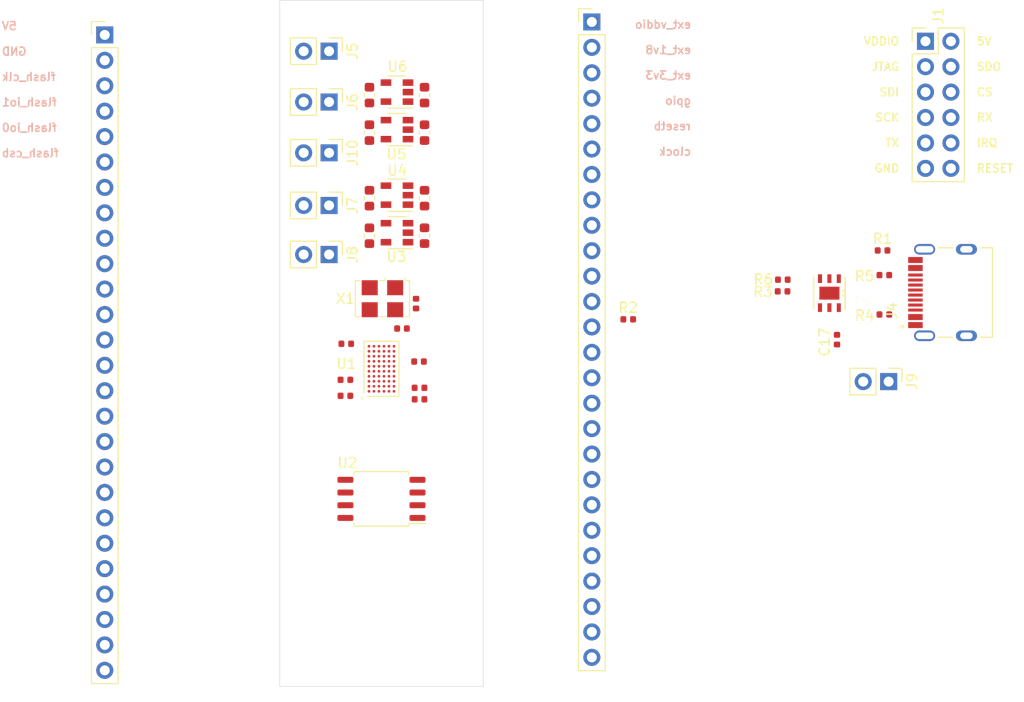
<source format=kicad_pcb>
(kicad_pcb (version 20210824) (generator pcbnew)
  (title_block (title "PyFive MPW1 Carrier PCB") (date "2021-09-09") (rev "0.0") (comment 1 "Based on the Sam Littlewood Caravel Carrier Design"))
  (layers (0 "F.Cu" signal) (1 "In1.Cu" power) (2 "In2.Cu" power) (31 "B.Cu" signal) (34 "B.Paste" user) (35 "F.Paste" user) (36 "B.SilkS" user "B.Silkscreen") (37 "F.SilkS" user "F.Silkscreen") (38 "B.Mask" user) (39 "F.Mask" user) (44 "Edge.Cuts" user))
  (net 0 "")
  (net 1 "DP")
  (net 2 "DN")
  (net 3 "GND")
  (net 4 "+5V")
  (net 5 "vccd")
  (net 6 "Net-(C4-Pad1)")
  (net 7 "vdda")
  (net 8 "Net-(C8-Pad1)")
  (net 9 "vccd1")
  (net 10 "Net-(C3-Pad1)")
  (net 11 "vdda1")
  (net 13 "vddio")
  (net 15 "gpio")
  (net 16 "flash_io0")
  (net 17 "flash_csb")
  (net 18 "resetb")
  (net 19 "mprj_io[2]")
  (net 20 "mprj_io[1]")
  (net 21 "flash_io1")
  (net 22 "clock")
  (net 23 "mprj_io[36]")
  (net 24 "mprj_io[37]")
  (net 25 "mprj_io[4]")
  (net 26 "mprj_io[3]")
  (net 27 "flash_clk")
  (net 28 "mprj_io[33]")
  (net 29 "mprj_io[34]")
  (net 30 "mprj_io[35]")
  (net 31 "mprj_io[6]")
  (net 32 "mprj_io[5]")
  (net 33 "mprj_io[0]")
  (net 34 "mprj_io[32]")
  (net 35 "mprj_io[30]")
  (net 36 "mprj_io[31]")
  (net 37 "mprj_io[8]")
  (net 38 "mprj_io[7]")
  (net 39 "mprj_io[28]")
  (net 40 "mprj_io[29]")
  (net 41 "mprj_io[10]")
  (net 42 "mprj_io[9]")
  (net 43 "mprj_io[26]")
  (net 44 "mprj_io[27]")
  (net 45 "mprj_io[12]")
  (net 46 "mprj_io[11]")
  (net 47 "mprj_io[13]")
  (net 48 "mprj_io[24]")
  (net 49 "mprj_io[25]")
  (net 50 "mprj_io[14]")
  (net 51 "mprj_io[17]")
  (net 52 "mprj_io[20]")
  (net 53 "mprj_io[22]")
  (net 54 "mprj_io[15]")
  (net 55 "mprj_io[16]")
  (net 56 "mprj_io[18]")
  (net 57 "mprj_io[19]")
  (net 58 "mprj_io[21]")
  (net 59 "mprj_io[23]")
  (net 60 "CC1")
  (net 63 "CC2")
  (net 64 "Net-(J4-PadS1)")
  (net 65 "usb_dp")
  (net 66 "usb_dn")
  (net 67 "usb_pu")
  (net 77 "Net-(C7-Pad1)")
  (net 78 "Net-(J4-PadA4B9)")
  (footprint "Connector_PinHeader_2.54mm:PinHeader_1x26_P2.54mm_Vertical" (layer "F.Cu") (at 41.0972 46.6344)
    (fp_text reference "J3" hide)
    (fp_text value "Conn_01x26")
    (fp_line (start -1.33 -1.33) (end 0 -1.33) (layer "F.SilkS") (width 0.12))
    (fp_line (start -1.33 64.83) (end 1.33 64.83) (layer "F.SilkS") (width 0.12))
    (fp_line (start -1.33 1.27) (end 1.33 1.27) (layer "F.SilkS") (width 0.12))
    (fp_line (start -1.33 0) (end -1.33 -1.33) (layer "F.SilkS") (width 0.12))
    (fp_line (start 1.33 1.27) (end 1.33 64.83) (layer "F.SilkS") (width 0.12))
    (fp_line (start -1.33 1.27) (end -1.33 64.83) (layer "F.SilkS") (width 0.12))
    (pad "1" thru_hole rect locked (at 0 0) (size 1.7 1.7) (drill 1) (layers *.Cu *.Mask) (net 4 "+5V"))
    (pad "2" thru_hole oval locked (at 0 2.54) (size 1.7 1.7) (drill 1) (layers *.Cu *.Mask) (net 3 "GND"))
    (pad "3" thru_hole oval locked (at 0 5.08) (size 1.7 1.7) (drill 1) (layers *.Cu *.Mask) (net 27 "flash_clk"))
    (pad "4" thru_hole oval locked (at 0 7.62) (size 1.7 1.7) (drill 1) (layers *.Cu *.Mask) (net 21 "flash_io1"))
    (pad "5" thru_hole oval locked (at 0 10.16) (size 1.7 1.7) (drill 1) (layers *.Cu *.Mask) (net 16 "flash_io0"))
    (pad "6" thru_hole oval locked (at 0 12.7) (size 1.7 1.7) (drill 1) (layers *.Cu *.Mask) (net 17 "flash_csb"))
    (pad "7" thru_hole oval locked (at 0 15.24) (size 1.7 1.7) (drill 1) (layers *.Cu *.Mask) (net 4 "+5V"))
    (pad "8" thru_hole oval locked (at 0 17.78) (size 1.7 1.7) (drill 1) (layers *.Cu *.Mask) (net 24 "mprj_io[37]"))
    (pad "9" thru_hole oval locked (at 0 20.32) (size 1.7 1.7) (drill 1) (layers *.Cu *.Mask) (net 23 "mprj_io[36]"))
    (pad "10" thru_hole oval locked (at 0 22.86) (size 1.7 1.7) (drill 1) (layers *.Cu *.Mask) (net 30 "mprj_io[35]"))
    (pad "11" thru_hole oval locked (at 0 25.4) (size 1.7 1.7) (drill 1) (layers *.Cu *.Mask) (net 29 "mprj_io[34]"))
    (pad "12" thru_hole oval locked (at 0 27.94) (size 1.7 1.7) (drill 1) (layers *.Cu *.Mask) (net 28 "mprj_io[33]"))
    (pad "13" thru_hole oval locked (at 0 30.48) (size 1.7 1.7) (drill 1) (layers *.Cu *.Mask) (net 34 "mprj_io[32]"))
    (pad "14" thru_hole oval locked (at 0 33.02) (size 1.7 1.7) (drill 1) (layers *.Cu *.Mask) (net 36 "mprj_io[31]"))
    (pad "15" thru_hole oval locked (at 0 35.56) (size 1.7 1.7) (drill 1) (layers *.Cu *.Mask) (net 35 "mprj_io[30]"))
    (pad "16" thru_hole oval locked (at 0 38.1) (size 1.7 1.7) (drill 1) (layers *.Cu *.Mask) (net 40 "mprj_io[29]"))
    (pad "17" thru_hole oval locked (at 0 40.64) (size 1.7 1.7) (drill 1) (layers *.Cu *.Mask) (net 39 "mprj_io[28]"))
    (pad "18" thru_hole oval locked (at 0 43.18) (size 1.7 1.7) (drill 1) (layers *.Cu *.Mask) (net 44 "mprj_io[27]"))
    (pad "19" thru_hole oval locked (at 0 45.72) (size 1.7 1.7) (drill 1) (layers *.Cu *.Mask) (net 43 "mprj_io[26]"))
    (pad "20" thru_hole oval locked (at 0 48.26) (size 1.7 1.7) (drill 1) (layers *.Cu *.Mask) (net 49 "mprj_io[25]"))
    (pad "21" thru_hole oval locked (at 0 50.8) (size 1.7 1.7) (drill 1) (layers *.Cu *.Mask) (net 48 "mprj_io[24]"))
    (pad "22" thru_hole oval locked (at 0 53.34) (size 1.7 1.7) (drill 1) (layers *.Cu *.Mask) (net 59 "mprj_io[23]"))
    (pad "23" thru_hole oval locked (at 0 55.88) (size 1.7 1.7) (drill 1) (layers *.Cu *.Mask) (net 53 "mprj_io[22]"))
    (pad "24" thru_hole oval locked (at 0 58.42) (size 1.7 1.7) (drill 1) (layers *.Cu *.Mask) (net 58 "mprj_io[21]"))
    (pad "25" thru_hole oval locked (at 0 60.96) (size 1.7 1.7) (drill 1) (layers *.Cu *.Mask) (net 52 "mprj_io[20]"))
    (pad "26" thru_hole oval locked (at 0 63.5) (size 1.7 1.7) (drill 1) (layers *.Cu *.Mask) (net 57 "mprj_io[19]"))
  )
  (footprint "Package_SO:SOIC-8_5.23x5.23mm_P1.27mm" (layer "F.Cu") (at 68.73 93 180)
    (fp_text reference "U2" (at 3.4 3.6 180) (layer "F.SilkS"))
    (fp_text value "W25Q128JVS")
    (fp_line (start 0 2.725) (end -2.725 2.725) (layer "F.SilkS") (width 0.12))
    (fp_line (start 2.725 2.725) (end 2.725 2.465) (layer "F.SilkS") (width 0.12))
    (fp_line (start 2.725 -2.725) (end 2.725 -2.465) (layer "F.SilkS") (width 0.12))
    (fp_line (start 0 -2.725) (end -2.725 -2.725) (layer "F.SilkS") (width 0.12))
    (fp_line (start -2.725 -2.725) (end -2.725 -2.465) (layer "F.SilkS") (width 0.12))
    (fp_line (start -2.725 -2.465) (end -4.4 -2.465) (layer "F.SilkS") (width 0.12))
    (fp_line (start 0 2.725) (end 2.725 2.725) (layer "F.SilkS") (width 0.12))
    (fp_line (start 0 -2.725) (end 2.725 -2.725) (layer "F.SilkS") (width 0.12))
    (fp_line (start -2.725 2.725) (end -2.725 2.465) (layer "F.SilkS") (width 0.12))
    (pad "1" smd roundrect locked (at -3.6 -1.905 180) (size 1.6 0.6) (layers "F.Cu" "F.Paste" "F.Mask") (net 17 "flash_csb"))
    (pad "2" smd roundrect locked (at -3.6 -0.635 180) (size 1.6 0.6) (layers "F.Cu" "F.Paste" "F.Mask") (net 21 "flash_io1"))
    (pad "3" smd roundrect locked (at -3.6 0.635 180) (size 1.6 0.6) (layers "F.Cu" "F.Paste" "F.Mask"))
    (pad "4" smd roundrect locked (at -3.6 1.905 180) (size 1.6 0.6) (layers "F.Cu" "F.Paste" "F.Mask") (net 3 "GND"))
    (pad "5" smd roundrect locked (at 3.6 1.905 180) (size 1.6 0.6) (layers "F.Cu" "F.Paste" "F.Mask") (net 16 "flash_io0"))
    (pad "6" smd roundrect locked (at 3.6 0.635 180) (size 1.6 0.6) (layers "F.Cu" "F.Paste" "F.Mask") (net 27 "flash_clk"))
    (pad "7" smd roundrect locked (at 3.6 -0.635 180) (size 1.6 0.6) (layers "F.Cu" "F.Paste" "F.Mask"))
    (pad "8" smd roundrect locked (at 3.6 -1.905 180) (size 1.6 0.6) (layers "F.Cu" "F.Paste" "F.Mask") (net 7 "vdda"))
  )
  (footprint "Oscillator:Oscillator_SMD_SeikoEpson_SG8002LB-4Pin_5.0x3.2mm" (layer "F.Cu") (at 68.8284 73 180)
    (fp_text reference "X1" (at 3.6984 0 180) (layer "F.SilkS"))
    (fp_text value "SG-5032CAN")
    (fp_line (start -2.27 2.05) (end -2.27 1.8) (layer "F.SilkS") (width 0.12))
    (fp_line (start -2.27 1.8) (end -2.7 1.8) (layer "F.SilkS") (width 0.12))
    (fp_line (start -0.27 -1.8) (end 0.27 -1.8) (layer "F.SilkS") (width 0.12))
    (fp_line (start -2.7 1.8) (end -2.7 -1.8) (layer "F.SilkS") (width 0.12))
    (fp_line (start 2.27 -1.8) (end 2.7 -1.8) (layer "F.SilkS") (width 0.12))
    (fp_line (start 2.7 -1.8) (end 2.7 1.8) (layer "F.SilkS") (width 0.12))
    (fp_line (start -2.7 -1.8) (end -2.27 -1.8) (layer "F.SilkS") (width 0.12))
    (fp_line (start 2.7 1.8) (end 2.27 1.8) (layer "F.SilkS") (width 0.12))
    (fp_line (start -0.27 1.8) (end -0.27 2.05) (layer "F.SilkS") (width 0.12))
    (fp_line (start 0.27 1.8) (end -0.27 1.8) (layer "F.SilkS") (width 0.12))
    (pad "1" smd rect locked (at -1.27 1.1 180) (size 1.6 1.5) (layers "F.Cu" "F.Paste" "F.Mask"))
    (pad "2" smd rect locked (at 1.27 1.1 180) (size 1.6 1.5) (layers "F.Cu" "F.Paste" "F.Mask") (net 3 "GND"))
    (pad "3" smd rect locked (at 1.27 -1.1 180) (size 1.6 1.5) (layers "F.Cu" "F.Paste" "F.Mask") (net 22 "clock"))
    (pad "4" smd rect locked (at -1.27 -1.1 180) (size 1.6 1.5) (layers "F.Cu" "F.Paste" "F.Mask") (net 7 "vdda"))
  )
  (footprint "Package_TO_SOT_SMD:SOT-23-5" (layer "F.Cu") (at 70.28 56.1 180)
    (fp_text reference "U5" (at 0.05 -2.45) (layer "F.SilkS"))
    (fp_text value "LP5907MFX-1.8" hide)
    (fp_line (start 0.9 -1.61) (end -1.55 -1.61) (layer "F.SilkS") (width 0.12))
    (fp_line (start -0.9 1.61) (end 0.9 1.61) (layer "F.SilkS") (width 0.12))
    (pad "1" smd rect locked (at -1.1 -0.95 180) (size 1.06 0.65) (layers "F.Cu" "F.Paste" "F.Mask") (net 4 "+5V"))
    (pad "2" smd rect locked (at -1.1 0 180) (size 1.06 0.65) (layers "F.Cu" "F.Paste" "F.Mask") (net 3 "GND"))
    (pad "3" smd rect locked (at -1.1 0.95 180) (size 1.06 0.65) (layers "F.Cu" "F.Paste" "F.Mask") (net 4 "+5V"))
    (pad "4" smd rect locked (at 1.1 0.95 180) (size 1.06 0.65) (layers "F.Cu" "F.Paste" "F.Mask"))
    (pad "5" smd rect locked (at 1.1 -0.95 180) (size 1.06 0.65) (layers "F.Cu" "F.Paste" "F.Mask") (net 10 "Net-(C3-Pad1)"))
  )
  (footprint "Package_TO_SOT_SMD:SOT-23-5" (layer "F.Cu") (at 70.28 62.65 180)
    (fp_text reference "U4" (at -0.025 2.475) (layer "F.SilkS"))
    (fp_text value "LP5907MFX-1.8" hide)
    (fp_line (start 0.9 -1.61) (end -1.55 -1.61) (layer "F.SilkS") (width 0.12))
    (fp_line (start -0.9 1.61) (end 0.9 1.61) (layer "F.SilkS") (width 0.12))
    (pad "1" smd rect locked (at -1.1 -0.95 180) (size 1.06 0.65) (layers "F.Cu" "F.Paste" "F.Mask") (net 4 "+5V"))
    (pad "2" smd rect locked (at -1.1 0 180) (size 1.06 0.65) (layers "F.Cu" "F.Paste" "F.Mask") (net 3 "GND"))
    (pad "3" smd rect locked (at -1.1 0.95 180) (size 1.06 0.65) (layers "F.Cu" "F.Paste" "F.Mask") (net 15 "gpio"))
    (pad "4" smd rect locked (at 1.1 0.95 180) (size 1.06 0.65) (layers "F.Cu" "F.Paste" "F.Mask"))
    (pad "5" smd rect locked (at 1.1 -0.95 180) (size 1.06 0.65) (layers "F.Cu" "F.Paste" "F.Mask") (net 6 "Net-(C4-Pad1)"))
  )
  (footprint "carrier:WLCSP-60_P0.5mm" (layer "F.Cu") (at 68.73 80 180)
    (fp_text reference "U1" (at 3.5 0.5 180) (layer "F.SilkS"))
    (fp_text value "CARAVEL")
    (fp_line (start -1.75 2.75) (end 1.75 2.75) (layer "F.SilkS") (width 0.12))
    (fp_line (start 1.9 -2.9) (end 2 -2.9) (layer "F.SilkS") (width 0.12))
    (fp_line (start 2 -2.9) (end 2 -3) (layer "F.SilkS") (width 0.12))
    (fp_line (start 1.9 -3) (end 1.9 -2.9) (layer "F.SilkS") (width 0.12))
    (fp_line (start 1.75 2.75) (end 1.75 -2.4) (layer "F.SilkS") (width 0.12))
    (fp_line (start -1.75 -2.75) (end -1.75 2.75) (layer "F.SilkS") (width 0.12))
    (fp_line (start 2 -3) (end 1.9 -3) (layer "F.SilkS") (width 0.12))
    (fp_line (start 1.4 -2.75) (end -1.75 -2.75) (layer "F.SilkS") (width 0.12))
    (pad "A1" smd circle locked (at 1.25 -2.25 180) (size 0.27 0.27) (layers "F.Cu" "F.Paste" "F.Mask") (net 59 "mprj_io[23]"))
    (pad "A2" smd circle locked (at 1.25 -1.75 180) (size 0.27 0.27) (layers "F.Cu" "F.Paste" "F.Mask") (net 9 "vccd1"))
    (pad "A3" smd circle locked (at 1.25 -1.25 180) (size 0.27 0.27) (layers "F.Cu" "F.Paste" "F.Mask") (net 49 "mprj_io[25]"))
    (pad "A4" smd circle locked (at 1.25 -0.75 180) (size 0.27 0.27) (layers "F.Cu" "F.Paste" "F.Mask") (net 44 "mprj_io[27]"))
    (pad "A5" smd circle locked (at 1.25 -0.25 180) (size 0.27 0.27) (layers "F.Cu" "F.Paste" "F.Mask") (net 40 "mprj_io[29]"))
    (pad "A6" smd circle locked (at 1.25 0.25 180) (size 0.27 0.27) (layers "F.Cu" "F.Paste" "F.Mask") (net 36 "mprj_io[31]"))
    (pad "A7" smd circle locked (at 1.25 0.75 180) (size 0.27 0.27) (layers "F.Cu" "F.Paste" "F.Mask") (net 34 "mprj_io[32]"))
    (pad "A8" smd circle locked (at 1.25 1.25 180) (size 0.27 0.27) (layers "F.Cu" "F.Paste" "F.Mask") (net 30 "mprj_io[35]"))
    (pad "A9" smd circle locked (at 1.25 1.75 180) (size 0.27 0.27) (layers "F.Cu" "F.Paste" "F.Mask") (net 24 "mprj_io[37]"))
    (pad "A10" smd circle locked (at 1.25 2.25 180) (size 0.27 0.27) (layers "F.Cu" "F.Paste" "F.Mask") (net 5 "vccd"))
    (pad "B1" smd circle locked (at 0.75 -2.25 180) (size 0.27 0.27) (layers "F.Cu" "F.Paste" "F.Mask") (net 58 "mprj_io[21]"))
    (pad "B2" smd circle locked (at 0.75 -1.75 180) (size 0.27 0.27) (layers "F.Cu" "F.Paste" "F.Mask") (net 53 "mprj_io[22]"))
    (pad "B3" smd circle locked (at 0.75 -1.25 180) (size 0.27 0.27) (layers "F.Cu" "F.Paste" "F.Mask") (net 3 "GND"))
    (pad "B4" smd circle locked (at 0.75 -0.75 180) (size 0.27 0.27) (layers "F.Cu" "F.Paste" "F.Mask") (net 43 "mprj_io[26]"))
    (pad "B5" smd circle locked (at 0.75 -0.25 180) (size 0.27 0.27) (layers "F.Cu" "F.Paste" "F.Mask") (net 39 "mprj_io[28]"))
    (pad "B6" smd circle locked (at 0.75 0.25 180) (size 0.27 0.27) (layers "F.Cu" "F.Paste" "F.Mask") (net 35 "mprj_io[30]"))
    (pad "B7" smd circle locked (at 0.75 0.75 180) (size 0.27 0.27) (layers "F.Cu" "F.Paste" "F.Mask") (net 3 "GND"))
    (pad "B8" smd circle locked (at 0.75 1.25 180) (size 0.27 0.27) (layers "F.Cu" "F.Paste" "F.Mask") (net 29 "mprj_io[34]"))
    (pad "B9" smd circle locked (at 0.75 1.75 180) (size 0.27 0.27) (layers "F.Cu" "F.Paste" "F.Mask") (net 23 "mprj_io[36]"))
    (pad "B10" smd circle locked (at 0.75 2.25 180) (size 0.27 0.27) (layers "F.Cu" "F.Paste" "F.Mask") (net 18 "resetb"))
    (pad "C1" smd circle locked (at 0.25 -2.25 180) (size 0.27 0.27) (layers "F.Cu" "F.Paste" "F.Mask") (net 57 "mprj_io[19]"))
    (pad "C2" smd circle locked (at 0.25 -1.75 180) (size 0.27 0.27) (layers "F.Cu" "F.Paste" "F.Mask") (net 52 "mprj_io[20]"))
    (pad "C3" smd circle locked (at 0.25 -1.25 180) (size 0.27 0.27) (layers "F.Cu" "F.Paste" "F.Mask") (net 48 "mprj_io[24]"))
    (pad "C4" smd circle locked (at 0.25 -0.75 180) (size 0.27 0.27) (layers "F.Cu" "F.Paste" "F.Mask") (net 13 "vddio"))
    (pad "C5" smd circle locked (at 0.25 -0.25 180) (size 0.27 0.27) (layers "F.Cu" "F.Paste" "F.Mask") (net 3 "GND"))
    (pad "C6" smd circle locked (at 0.25 0.25 180) (size 0.27 0.27) (layers "F.Cu" "F.Paste" "F.Mask") (net 3 "GND"))
    (pad "C7" smd circle locked (at 0.25 0.75 180) (size 0.27 0.27) (layers "F.Cu" "F.Paste" "F.Mask") (net 11 "vdda1"))
    (pad "C8" smd circle locked (at 0.25 1.25 180) (size 0.27 0.27) (layers "F.Cu" "F.Paste" "F.Mask") (net 28 "mprj_io[33]"))
    (pad "C9" smd circle locked (at 0.25 1.75 180) (size 0.27 0.27) (layers "F.Cu" "F.Paste" "F.Mask") (net 22 "clock"))
    (pad "C10" smd circle locked (at 0.25 2.25 180) (size 0.27 0.27) (layers "F.Cu" "F.Paste" "F.Mask") (net 17 "flash_csb"))
    (pad "D1" smd circle locked (at -0.25 -2.25 180) (size 0.27 0.27) (layers "F.Cu" "F.Paste" "F.Mask") (net 56 "mprj_io[18]"))
    (pad "D2" smd circle locked (at -0.25 -1.75 180) (size 0.27 0.27) (layers "F.Cu" "F.Paste" "F.Mask") (net 51 "mprj_io[17]"))
    (pad "D3" smd circle locked (at -0.25 -1.25 180) (size 0.27 0.27) (layers "F.Cu" "F.Paste" "F.Mask") (net 67 "usb_pu"))
    (pad "D4" smd circle locked (at -0.25 -0.75 180) (size 0.27 0.27) (layers "F.Cu" "F.Paste" "F.Mask") (net 11 "vdda1"))
    (pad "D5" smd circle locked (at -0.25 -0.25 180) (size 0.27 0.27) (layers "F.Cu" "F.Paste" "F.Mask") (net 3 "GND"))
    (pad "D6" smd circle locked (at -0.25 0.25 180) (size 0.27 0.27) (layers "F.Cu" "F.Paste" "F.Mask") (net 3 "GND"))
    (pad "D7" smd circle locked (at -0.25 0.75 180) (size 0.27 0.27) (layers "F.Cu" "F.Paste" "F.Mask") (net 33 "mprj_io[0]"))
    (pad "D8" smd circle locked (at -0.25 1.25 180) (size 0.27 0.27) (layers "F.Cu" "F.Paste" "F.Mask") (net 27 "flash_clk"))
    (pad "D9" smd circle locked (at -0.25 1.75 180) (size 0.27 0.27) (layers "F.Cu" "F.Paste" "F.Mask") (net 21 "flash_io1"))
    (pad "D10" smd circle locked (at -0.25 2.25 180) (size 0.27 0.27) (layers "F.Cu" "F.Paste" "F.Mask") (net 16 "flash_io0"))
    (pad "E1" smd circle locked (at -0.75 -2.25 180) (size 0.27 0.27) (layers "F.Cu" "F.Paste" "F.Mask") (net 55 "mprj_io[16]"))
    (pad "E2" smd circle locked (at -0.75 -1.75 180) (size 0.27 0.27) (layers "F.Cu" "F.Paste" "F.Mask") (net 50 "mprj_io[14]"))
    (pad "E3" smd circle locked (at -0.75 -1.25 180) (size 0.27 0.27) (layers "F.Cu" "F.Paste" "F.Mask") (net 66 "usb_dn"))
    (pad "E4" smd circle locked (at -0.75 -0.75 180) (size 0.27 0.27) (layers "F.Cu" "F.Paste" "F.Mask") (net 42 "mprj_io[9]"))
    (pad "E5" smd circle locked (at -0.75 -0.25 180) (size 0.27 0.27) (layers "F.Cu" "F.Paste" "F.Mask") (net 38 "mprj_io[7]"))
    (pad "E6" smd circle locked (at -0.75 0.25 180) (size 0.27 0.27) (layers "F.Cu" "F.Paste" "F.Mask") (net 3 "GND"))
    (pad "E7" smd circle locked (at -0.75 0.75 180) (size 0.27 0.27) (layers "F.Cu" "F.Paste" "F.Mask") (net 32 "mprj_io[5]"))
    (pad "E8" smd circle locked (at -0.75 1.25 180) (size 0.27 0.27) (layers "F.Cu" "F.Paste" "F.Mask") (net 26 "mprj_io[3]"))
    (pad "E9" smd circle locked (at -0.75 1.75 180) (size 0.27 0.27) (layers "F.Cu" "F.Paste" "F.Mask") (net 20 "mprj_io[1]"))
    (pad "E10" smd circle locked (at -0.75 2.25 180) (size 0.27 0.27) (layers "F.Cu" "F.Paste" "F.Mask") (net 15 "gpio"))
    (pad "F1" smd circle locked (at -1.25 -2.25 180) (size 0.27 0.27) (layers "F.Cu" "F.Paste" "F.Mask") (net 54 "mprj_io[15]"))
    (pad "F2" smd circle locked (at -1.25 -1.75 180) (size 0.27 0.27) (layers "F.Cu" "F.Paste" "F.Mask") (net 9 "vccd1"))
    (pad "F3" smd circle locked (at -1.25 -1.25 180) (size 0.27 0.27) (layers "F.Cu" "F.Paste" "F.Mask") (net 65 "usb_dp"))
    (pad "F4" smd circle locked (at -1.25 -0.75 180) (size 0.27 0.27) (layers "F.Cu" "F.Paste" "F.Mask") (net 41 "mprj_io[10]"))
    (pad "F5" smd circle locked (at -1.25 -0.25 180) (size 0.27 0.27) (layers "F.Cu" "F.Paste" "F.Mask") (net 37 "mprj_io[8]"))
    (pad "F6" smd circle locked (at -1.25 0.25 180) (size 0.27 0.27) (layers "F.Cu" "F.Paste" "F.Mask") (net 3 "GND"))
    (pad "F7" smd circle locked (at -1.25 0.75 180) (size 0.27 0.27) (layers "F.Cu" "F.Paste" "F.Mask") (net 31 "mprj_io[6]"))
    (pad "F8" smd circle locked (at -1.25 1.25 180) (size 0.27 0.27) (layers "F.Cu" "F.Paste" "F.Mask") (net 25 "mprj_io[4]"))
    (pad "F9" smd circle locked (at -1.25 1.75 180) (size 0.27 0.27) (layers "F.Cu" "F.Paste" "F.Mask") (net 19 "mprj_io[2]"))
    (pad "F10" smd circle locked (at -1.25 2.25 180) (size 0.27 0.27) (layers "F.Cu" "F.Paste" "F.Mask") (net 7 "vdda"))
  )
  (footprint "Package_TO_SOT_SMD:SOT-23-5" (layer "F.Cu") (at 70.28 52.35 180)
    (fp_text reference "U6" (at -0.05 2.55) (layer "F.SilkS"))
    (fp_text value "LP5907MFX-3.3" hide)
    (fp_line (start -0.9 1.61) (end 0.9 1.61) (layer "F.SilkS") (width 0.12))
    (fp_line (start 0.9 -1.61) (end -1.55 -1.61) (layer "F.SilkS") (width 0.12))
    (pad "1" smd rect locked (at -1.1 -0.95 180) (size 1.06 0.65) (layers "F.Cu" "F.Paste" "F.Mask") (net 4 "+5V"))
    (pad "2" smd rect locked (at -1.1 0 180) (size 1.06 0.65) (layers "F.Cu" "F.Paste" "F.Mask") (net 3 "GND"))
    (pad "3" smd rect locked (at -1.1 0.95 180) (size 1.06 0.65) (layers "F.Cu" "F.Paste" "F.Mask") (net 4 "+5V"))
    (pad "4" smd rect locked (at 1.1 0.95 180) (size 1.06 0.65) (layers "F.Cu" "F.Paste" "F.Mask"))
    (pad "5" smd rect locked (at 1.1 -0.95 180) (size 1.06 0.65) (layers "F.Cu" "F.Paste" "F.Mask") (net 77 "Net-(C7-Pad1)"))
  )
  (footprint "Package_TO_SOT_SMD:SOT-23-5" (layer "F.Cu") (at 70.28 66.4 180)
    (fp_text reference "U3" (at 0.05 -2.4) (layer "F.SilkS"))
    (fp_text value "LP5907MFX-3.3" hide)
    (fp_line (start 0.9 -1.61) (end -1.55 -1.61) (layer "F.SilkS") (width 0.12))
    (fp_line (start -0.9 1.61) (end 0.9 1.61) (layer "F.SilkS") (width 0.12))
    (pad "1" smd rect locked (at -1.1 -0.95 180) (size 1.06 0.65) (layers "F.Cu" "F.Paste" "F.Mask") (net 4 "+5V"))
    (pad "2" smd rect locked (at -1.1 0 180) (size 1.06 0.65) (layers "F.Cu" "F.Paste" "F.Mask") (net 3 "GND"))
    (pad "3" smd rect locked (at -1.1 0.95 180) (size 1.06 0.65) (layers "F.Cu" "F.Paste" "F.Mask") (net 15 "gpio"))
    (pad "4" smd rect locked (at 1.1 0.95 180) (size 1.06 0.65) (layers "F.Cu" "F.Paste" "F.Mask"))
    (pad "5" smd rect locked (at 1.1 -0.95 180) (size 1.06 0.65) (layers "F.Cu" "F.Paste" "F.Mask") (net 8 "Net-(C8-Pad1)"))
  )
  (footprint "Connector_PinHeader_2.54mm:PinHeader_1x26_P2.54mm_Vertical" (layer "F.Cu") (at 89.7382 45.339)
    (fp_text reference "J2" hide)
    (fp_text value "Conn_01x26")
    (fp_line (start -1.33 1.27) (end -1.33 64.83) (layer "F.SilkS") (width 0.12))
    (fp_line (start -1.33 -1.33) (end 0 -1.33) (layer "F.SilkS") (width 0.12))
    (fp_line (start -1.33 0) (end -1.33 -1.33) (layer "F.SilkS") (width 0.12))
    (fp_line (start 1.33 1.27) (end 1.33 64.83) (layer "F.SilkS") (width 0.12))
    (fp_line (start -1.33 1.27) (end 1.33 1.27) (layer "F.SilkS") (width 0.12))
    (fp_line (start -1.33 64.83) (end 1.33 64.83) (layer "F.SilkS") (width 0.12))
    (pad "1" thru_hole rect locked (at 0 0) (size 1.7 1.7) (drill 1) (layers *.Cu *.Mask))
    (pad "2" thru_hole oval locked (at 0 2.54) (size 1.7 1.7) (drill 1) (layers *.Cu *.Mask))
    (pad "3" thru_hole oval locked (at 0 5.08) (size 1.7 1.7) (drill 1) (layers *.Cu *.Mask))
    (pad "4" thru_hole oval locked (at 0 7.62) (size 1.7 1.7) (drill 1) (layers *.Cu *.Mask) (net 15 "gpio"))
    (pad "5" thru_hole oval locked (at 0 10.16) (size 1.7 1.7) (drill 1) (layers *.Cu *.Mask) (net 18 "resetb"))
    (pad "6" thru_hole oval locked (at 0 12.7) (size 1.7 1.7) (drill 1) (layers *.Cu *.Mask) (net 22 "clock"))
    (pad "7" thru_hole oval locked (at 0 15.24) (size 1.7 1.7) (drill 1) (layers *.Cu *.Mask) (net 33 "mprj_io[0]"))
    (pad "8" thru_hole oval locked (at 0 17.78) (size 1.7 1.7) (drill 1) (layers *.Cu *.Mask) (net 20 "mprj_io[1]"))
    (pad "9" thru_hole oval locked (at 0 20.32) (size 1.7 1.7) (drill 1) (layers *.Cu *.Mask) (net 19 "mprj_io[2]"))
    (pad "10" thru_hole oval locked (at 0 22.86) (size 1.7 1.7) (drill 1) (layers *.Cu *.Mask) (net 26 "mprj_io[3]"))
    (pad "11" thru_hole oval locked (at 0 25.4) (size 1.7 1.7) (drill 1) (layers *.Cu *.Mask) (net 25 "mprj_io[4]"))
    (pad "12" thru_hole oval locked (at 0 27.94) (size 1.7 1.7) (drill 1) (layers *.Cu *.Mask) (net 32 "mprj_io[5]"))
    (pad "13" thru_hole oval locked (at 0 30.48) (size 1.7 1.7) (drill 1) (layers *.Cu *.Mask) (net 31 "mprj_io[6]"))
    (pad "14" thru_hole oval locked (at 0 33.02) (size 1.7 1.7) (drill 1) (layers *.Cu *.Mask) (net 38 "mprj_io[7]"))
    (pad "15" thru_hole oval locked (at 0 35.56) (size 1.7 1.7) (drill 1) (layers *.Cu *.Mask) (net 37 "mprj_io[8]"))
    (pad "16" thru_hole oval locked (at 0 38.1) (size 1.7 1.7) (drill 1) (layers *.Cu *.Mask) (net 42 "mprj_io[9]"))
    (pad "17" thru_hole oval locked (at 0 40.64) (size 1.7 1.7) (drill 1) (layers *.Cu *.Mask) (net 41 "mprj_io[10]"))
    (pad "18" thru_hole oval locked (at 0 43.18) (size 1.7 1.7) (drill 1) (layers *.Cu *.Mask) (net 46 "mprj_io[11]"))
    (pad "19" thru_hole oval locked (at 0 45.72) (size 1.7 1.7) (drill 1) (layers *.Cu *.Mask) (net 45 "mprj_io[12]"))
    (pad "20" thru_hole oval locked (at 0 48.26) (size 1.7 1.7) (drill 1) (layers *.Cu *.Mask) (net 47 "mprj_io[13]"))
    (pad "21" thru_hole oval locked (at 0 50.8) (size 1.7 1.7) (drill 1) (layers *.Cu *.Mask) (net 50 "mprj_io[14]"))
    (pad "22" thru_hole oval locked (at 0 53.34) (size 1.7 1.7) (drill 1) (layers *.Cu *.Mask) (net 54 "mprj_io[15]"))
    (pad "23" thru_hole oval locked (at 0 55.88) (size 1.7 1.7) (drill 1) (layers *.Cu *.Mask) (net 55 "mprj_io[16]"))
    (pad "24" thru_hole oval locked (at 0 58.42) (size 1.7 1.7) (drill 1) (layers *.Cu *.Mask) (net 51 "mprj_io[17]"))
    (pad "25" thru_hole oval locked (at 0 60.96) (size 1.7 1.7) (drill 1) (layers *.Cu *.Mask) (net 56 "mprj_io[18]"))
    (pad "26" thru_hole oval locked (at 0 63.5) (size 1.7 1.7) (drill 1) (layers *.Cu *.Mask) (net 3 "GND"))
  )
  (footprint "Connector_PinHeader_2.54mm:PinHeader_2x06_P2.54mm_Vertical" (layer "F.Cu") (at 123.058 47.2694)
    (fp_text reference "J1" (at 1.27 -2.54 90) (layer "F.SilkS"))
    (fp_text value "Conn_02x06_Odd_Even")
    (fp_line (start -1.33 14.03) (end 3.87 14.03) (layer "F.SilkS") (width 0.12))
    (fp_line (start -1.33 -1.33) (end 0 -1.33) (layer "F.SilkS") (width 0.12))
    (fp_line (start 1.27 -1.33) (end 3.87 -1.33) (layer "F.SilkS") (width 0.12))
    (fp_line (start -1.33 0) (end -1.33 -1.33) (layer "F.SilkS") (width 0.12))
    (fp_line (start -1.33 1.27) (end -1.33 14.03) (layer "F.SilkS") (width 0.12))
    (fp_line (start -1.33 1.27) (end 1.27 1.27) (layer "F.SilkS") (width 0.12))
    (fp_line (start 1.27 1.27) (end 1.27 -1.33) (layer "F.SilkS") (width 0.12))
    (fp_line (start 3.87 -1.33) (end 3.87 14.03) (layer "F.SilkS") (width 0.12))
    (pad "1" thru_hole rect locked (at 0 0) (size 1.7 1.7) (drill 1) (layers *.Cu *.Mask) (net 13 "vddio"))
    (pad "2" thru_hole oval locked (at 2.54 0) (size 1.7 1.7) (drill 1) (layers *.Cu *.Mask) (net 4 "+5V"))
    (pad "3" thru_hole oval locked (at 0 2.54) (size 1.7 1.7) (drill 1) (layers *.Cu *.Mask) (net 33 "mprj_io[0]"))
    (pad "4" thru_hole oval locked (at 2.54 2.54) (size 1.7 1.7) (drill 1) (layers *.Cu *.Mask) (net 20 "mprj_io[1]"))
    (pad "5" thru_hole oval locked (at 0 5.08) (size 1.7 1.7) (drill 1) (layers *.Cu *.Mask) (net 19 "mprj_io[2]"))
    (pad "6" thru_hole oval locked (at 2.54 5.08) (size 1.7 1.7) (drill 1) (layers *.Cu *.Mask) (net 26 "mprj_io[3]"))
    (pad "7" thru_hole oval locked (at 0 7.62) (size 1.7 1.7) (drill 1) (layers *.Cu *.Mask) (net 25 "mprj_io[4]"))
    (pad "8" thru_hole oval locked (at 2.54 7.62) (size 1.7 1.7) (drill 1) (layers *.Cu *.Mask) (net 32 "mprj_io[5]"))
    (pad "9" thru_hole oval locked (at 0 10.16) (size 1.7 1.7) (drill 1) (layers *.Cu *.Mask) (net 31 "mprj_io[6]"))
    (pad "10" thru_hole oval locked (at 2.54 10.16) (size 1.7 1.7) (drill 1) (layers *.Cu *.Mask) (net 38 "mprj_io[7]"))
    (pad "11" thru_hole oval locked (at 0 12.7) (size 1.7 1.7) (drill 1) (layers *.Cu *.Mask) (net 3 "GND"))
    (pad "12" thru_hole oval locked (at 2.54 12.7) (size 1.7 1.7) (drill 1) (layers *.Cu *.Mask) (net 18 "resetb"))
  )
  (footprint "Capacitor_SMD:C_0402_1005Metric" (layer "F.Cu") (at 72.53 81.9)
    (fp_text reference "C9" hide)
    (fp_text value "22n" hide)
    (pad "1" smd roundrect locked (at -0.485 0) (size 0.59 0.64) (layers "F.Cu" "F.Paste" "F.Mask") (net 13 "vddio"))
    (pad "2" smd roundrect locked (at 0.485 0) (size 0.59 0.64) (layers "F.Cu" "F.Paste" "F.Mask") (net 3 "GND"))
  )
  (footprint "Capacitor_SMD:C_0402_1005Metric" (layer "F.Cu") (at 65.215 77.5 180)
    (fp_text reference "C10" hide)
    (fp_text value "22n" hide)
    (pad "1" smd roundrect locked (at -0.485 0 180) (size 0.59 0.64) (layers "F.Cu" "F.Paste" "F.Mask") (net 7 "vdda"))
    (pad "2" smd roundrect locked (at 0.485 0 180) (size 0.59 0.64) (layers "F.Cu" "F.Paste" "F.Mask") (net 3 "GND"))
  )
  (footprint "Capacitor_SMD:C_0402_1005Metric" (layer "F.Cu") (at 70.78 75.975)
    (fp_text reference "C11" hide)
    (fp_text value "22n" hide)
    (pad "1" smd roundrect locked (at -0.485 0) (size 0.59 0.64) (layers "F.Cu" "F.Paste" "F.Mask") (net 5 "vccd"))
    (pad "2" smd roundrect locked (at 0.485 0) (size 0.59 0.64) (layers "F.Cu" "F.Paste" "F.Mask") (net 3 "GND"))
  )
  (footprint "Capacitor_SMD:C_0402_1005Metric" (layer "F.Cu") (at 65.13 81.1 180)
    (fp_text reference "C12" hide)
    (fp_text value "22n" hide)
    (pad "1" smd roundrect locked (at -0.485 0 180) (size 0.59 0.64) (layers "F.Cu" "F.Paste" "F.Mask") (net 11 "vdda1"))
    (pad "2" smd roundrect locked (at 0.485 0 180) (size 0.59 0.64) (layers "F.Cu" "F.Paste" "F.Mask") (net 3 "GND"))
  )
  (footprint "Capacitor_SMD:C_0402_1005Metric" (layer "F.Cu") (at 65.13 82.7 180)
    (fp_text reference "C13" hide)
    (fp_text value "22n" hide)
    (pad "1" smd roundrect locked (at -0.485 0 180) (size 0.59 0.64) (layers "F.Cu" "F.Paste" "F.Mask") (net 9 "vccd1"))
    (pad "2" smd roundrect locked (at 0.485 0 180) (size 0.59 0.64) (layers "F.Cu" "F.Paste" "F.Mask") (net 3 "GND"))
  )
  (footprint "Capacitor_SMD:C_0402_1005Metric" (layer "F.Cu") (at 72.48 79.275)
    (fp_text reference "C14" hide)
    (fp_text value "22n" hide)
    (pad "1" smd roundrect locked (at -0.485 0) (size 0.59 0.64) (layers "F.Cu" "F.Paste" "F.Mask") (net 11 "vdda1"))
    (pad "2" smd roundrect locked (at 0.485 0) (size 0.59 0.64) (layers "F.Cu" "F.Paste" "F.Mask") (net 3 "GND"))
  )
  (footprint "Capacitor_SMD:C_0402_1005Metric" (layer "F.Cu") (at 72.53 83.05)
    (fp_text reference "C15" hide)
    (fp_text value "22n" hide)
    (pad "1" smd roundrect locked (at -0.485 0) (size 0.59 0.64) (layers "F.Cu" "F.Paste" "F.Mask") (net 9 "vccd1"))
    (pad "2" smd roundrect locked (at 0.485 0) (size 0.59 0.64) (layers "F.Cu" "F.Paste" "F.Mask") (net 3 "GND"))
  )
  (footprint "Capacitor_SMD:C_0402_1005Metric" (layer "F.Cu") (at 72.18 73.485 90)
    (fp_text reference "C16" hide)
    (fp_text value "22n")
    (pad "1" smd roundrect locked (at -0.485 0 90) (size 0.59 0.64) (layers "F.Cu" "F.Paste" "F.Mask") (net 7 "vdda"))
    (pad "2" smd roundrect locked (at 0.485 0 90) (size 0.59 0.64) (layers "F.Cu" "F.Paste" "F.Mask") (net 3 "GND"))
  )
  (footprint "Capacitor_SMD:C_0603_1608Metric" (layer "F.Cu") (at 73.03 56.4 90)
    (fp_text reference "C1" hide)
    (fp_text value "1u" hide)
    (fp_line (start -0.162779 -0.51) (end 0.162779 -0.51) (layer "F.SilkS") (width 0.12))
    (fp_line (start -0.162779 0.51) (end 0.162779 0.51) (layer "F.SilkS") (width 0.12))
    (pad "1" smd roundrect locked (at -0.7875 0 90) (size 0.875 0.95) (layers "F.Cu" "F.Paste" "F.Mask") (net 4 "+5V"))
    (pad "2" smd roundrect locked (at 0.7875 0 90) (size 0.875 0.95) (layers "F.Cu" "F.Paste" "F.Mask") (net 3 "GND"))
  )
  (footprint "Capacitor_SMD:C_0603_1608Metric" (layer "F.Cu") (at 73.03 66.7 90)
    (fp_text reference "C2" hide)
    (fp_text value "1u" hide)
    (fp_line (start -0.162779 -0.51) (end 0.162779 -0.51) (layer "F.SilkS") (width 0.12))
    (fp_line (start -0.162779 0.51) (end 0.162779 0.51) (layer "F.SilkS") (width 0.12))
    (pad "1" smd roundrect locked (at -0.7875 0 90) (size 0.875 0.95) (layers "F.Cu" "F.Paste" "F.Mask") (net 4 "+5V"))
    (pad "2" smd roundrect locked (at 0.7875 0 90) (size 0.875 0.95) (layers "F.Cu" "F.Paste" "F.Mask") (net 3 "GND"))
  )
  (footprint "Capacitor_SMD:C_0603_1608Metric" (layer "F.Cu") (at 67.53 56.4 90)
    (fp_text reference "C3" hide)
    (fp_text value "4u7" hide)
    (fp_line (start -0.162779 -0.51) (end 0.162779 -0.51) (layer "F.SilkS") (width 0.12))
    (fp_line (start -0.162779 0.51) (end 0.162779 0.51) (layer "F.SilkS") (width 0.12))
    (pad "1" smd roundrect locked (at -0.7875 0 90) (size 0.875 0.95) (layers "F.Cu" "F.Paste" "F.Mask") (net 10 "Net-(C3-Pad1)"))
    (pad "2" smd roundrect locked (at 0.7875 0 90) (size 0.875 0.95) (layers "F.Cu" "F.Paste" "F.Mask") (net 3 "GND"))
  )
  (footprint "Capacitor_SMD:C_0603_1608Metric" (layer "F.Cu") (at 67.53 62.95 90)
    (fp_text reference "C4" hide)
    (fp_text value "4u7" hide)
    (fp_line (start -0.162779 -0.51) (end 0.162779 -0.51) (layer "F.SilkS") (width 0.12))
    (fp_line (start -0.162779 0.51) (end 0.162779 0.51) (layer "F.SilkS") (width 0.12))
    (pad "1" smd roundrect locked (at -0.7875 0 90) (size 0.875 0.95) (layers "F.Cu" "F.Paste" "F.Mask") (net 6 "Net-(C4-Pad1)"))
    (pad "2" smd roundrect locked (at 0.7875 0 90) (size 0.875 0.95) (layers "F.Cu" "F.Paste" "F.Mask") (net 3 "GND"))
  )
  (footprint "Capacitor_SMD:C_0603_1608Metric" (layer "F.Cu") (at 73.03 52.65 90)
    (fp_text reference "C5" hide)
    (fp_text value "1u" hide)
    (fp_line (start -0.162779 -0.51) (end 0.162779 -0.51) (layer "F.SilkS") (width 0.12))
    (fp_line (start -0.162779 0.51) (end 0.162779 0.51) (layer "F.SilkS") (width 0.12))
    (pad "1" smd roundrect locked (at -0.7875 0 90) (size 0.875 0.95) (layers "F.Cu" "F.Paste" "F.Mask") (net 4 "+5V"))
    (pad "2" smd roundrect locked (at 0.7875 0 90) (size 0.875 0.95) (layers "F.Cu" "F.Paste" "F.Mask") (net 3 "GND"))
  )
  (footprint "Capacitor_SMD:C_0603_1608Metric" (layer "F.Cu") (at 73.03 62.95 90)
    (fp_text reference "C6" hide)
    (fp_text value "1u" hide)
    (fp_line (start -0.162779 -0.51) (end 0.162779 -0.51) (layer "F.SilkS") (width 0.12))
    (fp_line (start -0.162779 0.51) (end 0.162779 0.51) (layer "F.SilkS") (width 0.12))
    (pad "1" smd roundrect locked (at -0.7875 0 90) (size 0.875 0.95) (layers "F.Cu" "F.Paste" "F.Mask") (net 4 "+5V"))
    (pad "2" smd roundrect locked (at 0.7875 0 90) (size 0.875 0.95) (layers "F.Cu" "F.Paste" "F.Mask") (net 3 "GND"))
  )
  (footprint "Capacitor_SMD:C_0603_1608Metric" (layer "F.Cu") (at 67.53 52.65 90)
    (fp_text reference "C7" hide)
    (fp_text value "4u7" hide)
    (fp_line (start -0.162779 -0.51) (end 0.162779 -0.51) (layer "F.SilkS") (width 0.12))
    (fp_line (start -0.162779 0.51) (end 0.162779 0.51) (layer "F.SilkS") (width 0.12))
    (pad "1" smd roundrect locked (at -0.7875 0 90) (size 0.875 0.95) (layers "F.Cu" "F.Paste" "F.Mask") (net 77 "Net-(C7-Pad1)"))
    (pad "2" smd roundrect locked (at 0.7875 0 90) (size 0.875 0.95) (layers "F.Cu" "F.Paste" "F.Mask") (net 3 "GND"))
  )
  (footprint "Capacitor_SMD:C_0603_1608Metric" (layer "F.Cu") (at 67.53 66.704 90)
    (fp_text reference "C8" hide)
    (fp_text value "4u7" hide)
    (fp_line (start -0.162779 -0.51) (end 0.162779 -0.51) (layer "F.SilkS") (width 0.12))
    (fp_line (start -0.162779 0.51) (end 0.162779 0.51) (layer "F.SilkS") (width 0.12))
    (pad "1" smd roundrect locked (at -0.7875 0 90) (size 0.875 0.95) (layers "F.Cu" "F.Paste" "F.Mask") (net 8 "Net-(C8-Pad1)"))
    (pad "2" smd roundrect locked (at 0.7875 0 90) (size 0.875 0.95) (layers "F.Cu" "F.Paste" "F.Mask") (net 3 "GND"))
  )
  (footprint "Resistor_SMD:R_0402_1005Metric" (layer "F.Cu") (at 108.7858 72.263)
    (fp_text reference "R3" (at -1.9534 0.0508) (layer "F.SilkS"))
    (fp_text value "22 Ohm")
    (pad "1" smd roundrect locked (at -0.485 0) (size 0.59 0.64) (layers "F.Cu" "F.Paste" "F.Mask") (net 66 "usb_dn"))
    (pad "2" smd roundrect locked (at 0.485 0) (size 0.59 0.64) (layers "F.Cu" "F.Paste" "F.Mask") (net 2 "DN"))
  )
  (footprint "TPD2E001DRSR:SON95P315X315X80-7N" (layer "F.Cu") (at 113.4618 72.4408 -90)
    (fp_text reference "U7" (at 1.753155 -3.582515 -90) (layer "F.SilkS") (effects (font (size 1.640512 1.640512) (thickness 0.015))))
    (fp_text value "TPD2E001DRSR")
    (fp_line (start 0.3048 -1.5748) (end -0.3048 -1.5748) (layer "F.SilkS") (width 0.1524))
    (fp_line (start -0.3048 -1.5748) (end -1.5748 -1.5748) (layer "F.SilkS") (width 0.1524))
    (fp_line (start -1.5748 1.5748) (end 1.5748 1.5748) (layer "F.SilkS") (width 0.1524))
    (fp_line (start 1.5748 -1.5748) (end 0.3048 -1.5748) (layer "F.SilkS") (width 0.1524))
    (fp_arc (start 0.019089 -1.577994) (end -0.3048 -1.5748) (angle -52) (layer "F.SilkS") (width 0.1524))
    (fp_arc (start -0.019089 -1.577994) (end 0.1778 -1.3208) (angle -52) (layer "F.SilkS") (width 0.1524))
    (pad "1" smd rect locked (at -1.4478 -0.9398 270) (size 0.8636 0.4064) (layers "F.Cu" "F.Paste" "F.Mask") (net 4 "+5V"))
    (pad "2" smd rect locked (at -1.4478 0 270) (size 0.8636 0.4064) (layers "F.Cu" "F.Paste" "F.Mask"))
    (pad "3" smd rect locked (at -1.4478 0.9398 270) (size 0.8636 0.4064) (layers "F.Cu" "F.Paste" "F.Mask") (net 1 "DP"))
    (pad "4" smd rect locked (at 1.4478 0.9398 270) (size 0.8636 0.4064) (layers "F.Cu" "F.Paste" "F.Mask") (net 3 "GND"))
    (pad "5" smd rect locked (at 1.4478 0 270) (size 0.8636 0.4064) (layers "F.Cu" "F.Paste" "F.Mask"))
    (pad "6" smd rect locked (at 1.4478 -0.9398 270) (size 0.8636 0.4064) (layers "F.Cu" "F.Paste" "F.Mask") (net 2 "DN"))
    (pad "7" smd rect locked (at 0 0 270) (size 1.2954 2.0066) (layers "F.Cu" "F.Paste" "F.Mask") (net 3 "GND"))
  )
  (footprint "Connector_PinHeader_2.54mm:PinHeader_1x02_P2.54mm_Vertical" (layer "F.Cu") (at 63.5 68.58 -90)
    (fp_text reference "J8" (at 0 -2.33 90) (layer "F.SilkS"))
    (fp_text value "Conn_01x02")
    (fp_line (start -1.33 1.27) (end -1.33 3.87) (layer "F.SilkS") (width 0.12))
    (fp_line (start -1.33 0) (end -1.33 -1.33) (layer "F.SilkS") (width 0.12))
    (fp_line (start 1.33 1.27) (end 1.33 3.87) (layer "F.SilkS") (width 0.12))
    (fp_line (start -1.33 -1.33) (end 0 -1.33) (layer "F.SilkS") (width 0.12))
    (fp_line (start -1.33 3.87) (end 1.33 3.87) (layer "F.SilkS") (width 0.12))
    (fp_line (start -1.33 1.27) (end 1.33 1.27) (layer "F.SilkS") (width 0.12))
    (pad "1" thru_hole rect locked (at 0 0 270) (size 1.7 1.7) (drill 1) (layers *.Cu *.Mask) (net 8 "Net-(C8-Pad1)"))
    (pad "2" thru_hole oval locked (at 0 2.54 270) (size 1.7 1.7) (drill 1) (layers *.Cu *.Mask) (net 11 "vdda1"))
  )
  (footprint "Capacitor_SMD:C_0402_1005Metric" (layer "F.Cu") (at 114.2238 77.089 -90)
    (fp_text reference "C17" (at 0.254 1.2446 90) (layer "F.SilkS"))
    (fp_text value "22n")
    (pad "1" smd roundrect locked (at -0.485 0 270) (size 0.59 0.64) (layers "F.Cu" "F.Paste" "F.Mask") (net 4 "+5V"))
    (pad "2" smd roundrect locked (at 0.485 0 270) (size 0.59 0.64) (layers "F.Cu" "F.Paste" "F.Mask") (net 3 "GND"))
  )
  (footprint "Connector_PinHeader_2.54mm:PinHeader_1x02_P2.54mm_Vertical" (layer "F.Cu") (at 63.5 58.42 -90)
    (fp_text reference "J10" (at 0 -2.33 90) (layer "F.SilkS"))
    (fp_text value "Conn_01x02")
    (fp_line (start -1.33 -1.33) (end 0 -1.33) (layer "F.SilkS") (width 0.12))
    (fp_line (start -1.33 1.27) (end 1.33 1.27) (layer "F.SilkS") (width 0.12))
    (fp_line (start 1.33 1.27) (end 1.33 3.87) (layer "F.SilkS") (width 0.12))
    (fp_line (start -1.33 0) (end -1.33 -1.33) (layer "F.SilkS") (width 0.12))
    (fp_line (start -1.33 1.27) (end -1.33 3.87) (layer "F.SilkS") (width 0.12))
    (fp_line (start -1.33 3.87) (end 1.33 3.87) (layer "F.SilkS") (width 0.12))
    (pad "1" thru_hole rect locked (at 0 0 270) (size 1.7 1.7) (drill 1) (layers *.Cu *.Mask) (net 10 "Net-(C3-Pad1)"))
    (pad "2" thru_hole oval locked (at 0 2.54 270) (size 1.7 1.7) (drill 1) (layers *.Cu *.Mask) (net 5 "vccd"))
  )
  (footprint "Resistor_SMD:R_0402_1005Metric" (layer "F.Cu") (at 108.8112 71.0946)
    (fp_text reference "R6" (at -1.9534 -0.0254) (layer "F.SilkS"))
    (fp_text value "1.5k Ohm")
    (pad "1" smd roundrect locked (at -0.485 0) (size 0.59 0.64) (layers "F.Cu" "F.Paste" "F.Mask") (net 67 "usb_pu"))
    (pad "2" smd roundrect locked (at 0.485 0) (size 0.59 0.64) (layers "F.Cu" "F.Paste" "F.Mask") (net 1 "DP"))
  )
  (footprint "Resistor_SMD:R_0402_1005Metric" (layer "F.Cu") (at 118.9482 70.6374)
    (fp_text reference "R5" (at -1.9812 0.1016) (layer "F.SilkS"))
    (fp_text value "5k1 Ohm")
    (pad "1" smd roundrect locked (at -0.485 0) (size 0.59 0.64) (layers "F.Cu" "F.Paste" "F.Mask") (net 3 "GND"))
    (pad "2" smd roundrect locked (at 0.485 0) (size 0.59 0.64) (layers "F.Cu" "F.Paste" "F.Mask") (net 63 "CC2"))
  )
  (footprint "Connector_PinHeader_2.54mm:PinHeader_1x02_P2.54mm_Vertical" (layer "F.Cu") (at 119.38 81.28 -90)
    (fp_text reference "J9" (at 0 -2.33 90) (layer "F.SilkS"))
    (fp_text value "Conn_01x02")
    (fp_line (start -1.33 1.27) (end -1.33 3.87) (layer "F.SilkS") (width 0.12))
    (fp_line (start -1.33 1.27) (end 1.33 1.27) (layer "F.SilkS") (width 0.12))
    (fp_line (start -1.33 -1.33) (end 0 -1.33) (layer "F.SilkS") (width 0.12))
    (fp_line (start -1.33 0) (end -1.33 -1.33) (layer "F.SilkS") (width 0.12))
    (fp_line (start -1.33 3.87) (end 1.33 3.87) (layer "F.SilkS") (width 0.12))
    (fp_line (start 1.33 1.27) (end 1.33 3.87) (layer "F.SilkS") (width 0.12))
    (pad "1" thru_hole rect locked (at 0 0 270) (size 1.7 1.7) (drill 1) (layers *.Cu *.Mask) (net 78 "Net-(J4-PadA4B9)"))
    (pad "2" thru_hole oval locked (at 0 2.54 270) (size 1.7 1.7) (drill 1) (layers *.Cu *.Mask) (net 4 "+5V"))
  )
  (footprint "Connector_PinHeader_2.54mm:PinHeader_1x02_P2.54mm_Vertical" (layer "F.Cu") (at 63.5 63.6778 -90)
    (fp_text reference "J7" (at 0 -2.33 90) (layer "F.SilkS"))
    (fp_text value "Conn_01x02")
    (fp_line (start -1.33 1.27) (end 1.33 1.27) (layer "F.SilkS") (width 0.12))
    (fp_line (start -1.33 0) (end -1.33 -1.33) (layer "F.SilkS") (width 0.12))
    (fp_line (start -1.33 -1.33) (end 0 -1.33) (layer "F.SilkS") (width 0.12))
    (fp_line (start -1.33 3.87) (end 1.33 3.87) (layer "F.SilkS") (width 0.12))
    (fp_line (start 1.33 1.27) (end 1.33 3.87) (layer "F.SilkS") (width 0.12))
    (fp_line (start -1.33 1.27) (end -1.33 3.87) (layer "F.SilkS") (width 0.12))
    (pad "1" thru_hole rect locked (at 0 0 270) (size 1.7 1.7) (drill 1) (layers *.Cu *.Mask) (net 6 "Net-(C4-Pad1)"))
    (pad "2" thru_hole oval locked (at 0 2.54 270) (size 1.7 1.7) (drill 1) (layers *.Cu *.Mask) (net 9 "vccd1"))
  )
  (footprint "HRO_TYPE-C-31-M-12:HRO_TYPE-C-31-M-12" (layer "F.Cu") (at 127.15 72.38 90)
    (fp_text reference "J4" (at -1.825 -7.435 90) (layer "F.SilkS"))
    (fp_text value "TYPE-C-31-M-12")
    (fp_line (start 4.47 1.37) (end 4.47 2.6) (layer "F.SilkS") (width 0.127))
    (fp_line (start 4.47 2.6) (end -4.47 2.6) (layer "F.SilkS") (width 0.127))
    (fp_line (start -4.47 -2.81) (end -4.47 -1.37) (layer "F.SilkS") (width 0.127))
    (fp_line (start 4.47 -2.81) (end 4.47 -1.37) (layer "F.SilkS") (width 0.127))
    (fp_line (start -4.47 2.6) (end -4.47 1.37) (layer "F.SilkS") (width 0.127))
    (fp_circle (center -3.4 -6.4) (end -3.3 -6.4) (layer "F.SilkS") (width 0.2) (fill none))
    (pad "" np_thru_hole circle locked (at -2.89 -3.65 90) (size 0.7 0.7) (drill 0.7) (layers *.Cu *.Mask))
    (pad "" np_thru_hole circle locked (at 2.89 -3.65 90) (size 0.7 0.7) (drill 0.7) (layers *.Cu *.Mask))
    (pad "A1B12" smd rect locked (at -3.25 -5.095 90) (size 0.6 1.45) (layers "F.Cu" "F.Paste" "F.Mask") (net 3 "GND"))
    (pad "A4B9" smd rect locked (at -2.45 -5.095 90) (size 0.6 1.45) (layers "F.Cu" "F.Paste" "F.Mask") (net 78 "Net-(J4-PadA4B9)"))
    (pad "A5" smd rect locked (at -1.25 -5.095 90) (size 0.3 1.45) (layers "F.Cu" "F.Paste" "F.Mask") (net 60 "CC1"))
    (pad "A6" smd rect locked (at -0.25 -5.095 90) (size 0.3 1.45) (layers "F.Cu" "F.Paste" "F.Mask") (net 1 "DP"))
    (pad "A7" smd rect locked (at 0.25 -5.095 90) (size 0.3 1.45) (layers "F.Cu" "F.Paste" "F.Mask") (net 2 "DN"))
    (pad "A8" smd rect locked (at 1.25 -5.095 90) (size 0.3 1.45) (layers "F.Cu" "F.Paste" "F.Mask"))
    (pad "B1A12" smd rect locked (at 3.25 -5.095 90) (size 0.6 1.45) (layers "F.Cu" "F.Paste" "F.Mask") (net 3 "GND"))
    (pad "B4A9" smd rect locked (at 2.45 -5.095 90) (size 0.6 1.45) (layers "F.Cu" "F.Paste" "F.Mask") (net 78 "Net-(J4-PadA4B9)"))
    (pad "B5" smd rect locked (at 1.75 -5.095 90) (size 0.3 1.45) (layers "F.Cu" "F.Paste" "F.Mask") (net 63 "CC2"))
    (pad "B6" smd rect locked (at 0.75 -5.095 90) (size 0.3 1.45) (layers "F.Cu" "F.Paste" "F.Mask") (net 1 "DP"))
    (pad "B7" smd rect locked (at -0.75 -5.095 90) (size 0.3 1.45) (layers "F.Cu" "F.Paste" "F.Mask") (net 2 "DN"))
    (pad "B8" smd rect locked (at -1.75 -5.095 90) (size 0.3 1.45) (layers "F.Cu" "F.Paste" "F.Mask"))
    (pad "S1" thru_hole oval locked (at -4.32 -4.18 90) (size 1.05 2.1) (drill oval 0.65 1.75) (layers *.Cu *.Mask) (net 64 "Net-(J4-PadS1)"))
    (pad "S2" thru_hole oval locked (at 4.32 -4.18 90) (size 1.05 2.1) (drill oval 0.65 1.75) (layers *.Cu *.Mask) (net 64 "Net-(J4-PadS1)"))
    (pad "S3" thru_hole oval locked (at -4.32 0 90) (size 1.05 2.1) (drill oval 0.65 1.25) (layers *.Cu *.Mask) (net 64 "Net-(J4-PadS1)"))
    (pad "S4" thru_hole oval locked (at 4.32 0 90) (size 1.05 2.1) (drill oval 0.65 1.25) (layers *.Cu *.Mask) (net 64 "Net-(J4-PadS1)"))
  )
  (footprint "Resistor_SMD:R_0402_1005Metric" (layer "F.Cu") (at 118.7704 68.1736)
    (fp_text reference "R1" (at 0 -1.17) (layer "F.SilkS"))
    (fp_text value "1M Ohm")
    (pad "1" smd roundrect locked (at -0.485 0) (size 0.59 0.64) (layers "F.Cu" "F.Paste" "F.Mask") (net 64 "Net-(J4-PadS1)"))
    (pad "2" smd roundrect locked (at 0.485 0) (size 0.59 0.64) (layers "F.Cu" "F.Paste" "F.Mask") (net 3 "GND"))
  )
  (footprint "Connector_PinHeader_2.54mm:PinHeader_1x02_P2.54mm_Vertical" (layer "F.Cu") (at 63.5 53.34 -90)
    (fp_text reference "J6" (at 0 -2.33 90) (layer "F.SilkS"))
    (fp_text value "Conn_01x02")
    (fp_line (start -1.33 1.27) (end -1.33 3.87) (layer "F.SilkS") (width 0.12))
    (fp_line (start -1.33 -1.33) (end 0 -1.33) (layer "F.SilkS") (width 0.12))
    (fp_line (start -1.33 0) (end -1.33 -1.33) (layer "F.SilkS") (width 0.12))
    (fp_line (start 1.33 1.27) (end 1.33 3.87) (layer "F.SilkS") (width 0.12))
    (fp_line (start -1.33 1.27) (end 1.33 1.27) (layer "F.SilkS") (width 0.12))
    (fp_line (start -1.33 3.87) (end 1.33 3.87) (layer "F.SilkS") (width 0.12))
    (pad "1" thru_hole rect locked (at 0 0 270) (size 1.7 1.7) (drill 1) (layers *.Cu *.Mask) (net 77 "Net-(C7-Pad1)"))
    (pad "2" thru_hole oval locked (at 0 2.54 270) (size 1.7 1.7) (drill 1) (layers *.Cu *.Mask) (net 7 "vdda"))
  )
  (footprint "Resistor_SMD:R_0402_1005Metric" (layer "F.Cu") (at 93.3704 75.057)
    (fp_text reference "R2" (at 0 -1.17) (layer "F.SilkS"))
    (fp_text value "22 Ohm")
    (pad "1" smd roundrect locked (at -0.485 0) (size 0.59 0.64) (layers "F.Cu" "F.Paste" "F.Mask") (net 65 "usb_dp"))
    (pad "2" smd roundrect locked (at 0.485 0) (size 0.59 0.64) (layers "F.Cu" "F.Paste" "F.Mask") (net 1 "DP"))
  )
  (footprint "Resistor_SMD:R_0402_1005Metric" (layer "F.Cu") (at 118.9482 74.5744)
    (fp_text reference "R4" (at -1.9558 0.1016) (layer "F.SilkS"))
    (fp_text value "5k1 Ohm")
    (pad "1" smd roundrect locked (at -0.485 0) (size 0.59 0.64) (layers "F.Cu" "F.Paste" "F.Mask") (net 3 "GND"))
    (pad "2" smd roundrect locked (at 0.485 0) (size 0.59 0.64) (layers "F.Cu" "F.Paste" "F.Mask") (net 60 "CC1"))
  )
  (footprint "Connector_PinHeader_2.54mm:PinHeader_1x02_P2.54mm_Vertical" (layer "F.Cu") (at 63.5 48.26 -90)
    (fp_text reference "J5" (at 0 -2.33 90) (layer "F.SilkS"))
    (fp_text value "Conn_01x02")
    (fp_line (start -1.33 1.27) (end -1.33 3.87) (layer "F.SilkS") (width 0.12))
    (fp_line (start 1.33 1.27) (end 1.33 3.87) (layer "F.SilkS") (width 0.12))
    (fp_line (start -1.33 0) (end -1.33 -1.33) (layer "F.SilkS") (width 0.12))
    (fp_line (start -1.33 1.27) (end 1.33 1.27) (layer "F.SilkS") (width 0.12))
    (fp_line (start -1.33 3.87) (end 1.33 3.87) (layer "F.SilkS") (width 0.12))
    (fp_line (start -1.33 -1.33) (end 0 -1.33) (layer "F.SilkS") (width 0.12))
    (pad "1" thru_hole rect locked (at 0 0 270) (size 1.7 1.7) (drill 1) (layers *.Cu *.Mask) (net 77 "Net-(C7-Pad1)"))
    (pad "2" thru_hole oval locked (at 0 2.54 270) (size 1.7 1.7) (drill 1) (layers *.Cu *.Mask) (net 13 "vddio"))
  )
  (gr_line (start 78.89 111.75) (end 58.57 111.75) (layer "Edge.Cuts") (width 0.05))
  (gr_line (start 58.57 111.75) (end 58.57 43.17) (layer "Edge.Cuts") (width 0.05))
  (gr_line (start 58.57 43.17) (end 78.89 43.17) (layer "Edge.Cuts") (width 0.05))
  (gr_line (start 78.89 43.17) (end 78.89 111.75) (layer "Edge.Cuts") (width 0.05))
  (gr_text "gpio" (at 96.976952 53.213) (layer "B.SilkS") (effects (font (size 0.8 0.8) (thickness 0.154)) (justify right mirror)))
  (gr_text "ext_1v8" (at 94.996 48.133) (layer "B.SilkS") (effects (font (size 0.8 0.8) (thickness 0.154)) (justify right mirror)))
  (gr_text "flash_io1" (at 36.385524 53.3654) (layer "B.SilkS") (effects (font (size 0.8 0.8) (thickness 0.154)) (justify left mirror)))
  (gr_text "clock" (at 96.367428 58.293) (layer "B.SilkS") (effects (font (size 0.8 0.8) (thickness 0.154)) (justify right mirror)))
  (gr_text "ext_3v3" (at 94.996 50.673) (layer "B.SilkS") (effects (font (size 0.8 0.8) (thickness 0.154)) (justify right mirror)))
  (gr_text "GND" (at 33.376 48.2854) (layer "B.SilkS") (effects (font (size 0.8 0.8) (thickness 0.154)) (justify left mirror)))
  (gr_text "flash_io0" (at 36.385524 55.9054) (layer "B.SilkS") (effects (font (size 0.8 0.8) (thickness 0.154)) (justify left mirror)))
  (gr_text "resetb" (at 95.834095 55.753) (layer "B.SilkS") (effects (font (size 0.8 0.8) (thickness 0.154)) (justify right mirror)))
  (gr_text "flash_csb" (at 36.576 58.4454) (layer "B.SilkS") (effects (font (size 0.8 0.8) (thickness 0.154)) (justify left mirror)))
  (gr_text "ext_vddio" (at 93.967428 45.593) (layer "B.SilkS") (effects (font (size 0.8 0.8) (thickness 0.154)) (justify right mirror)))
  (gr_text "flash_clk" (at 36.271238 50.8254) (layer "B.SilkS") (effects (font (size 0.8 0.8) (thickness 0.154)) (justify left mirror)))
  (gr_text "5V" (at 32.385524 45.7454) (layer "B.SilkS") (effects (font (size 0.8 0.8) (thickness 0.154)) (justify left mirror)))
  (gr_text "CS" (at 128.088 52.3494) (layer "F.SilkS") (effects (font (size 0.8 0.8) (thickness 0.154)) (justify left)))
  (gr_text "JTAG" (at 120.518 49.8094) (layer "F.SilkS") (effects (font (size 0.8 0.8) (thickness 0.154)) (justify right)))
  (gr_text "5V" (at 128.088 47.2694) (layer "F.SilkS") (effects (font (size 0.8 0.8) (thickness 0.154)) (justify left)))
  (gr_text "SDO" (at 128.088 49.8094) (layer "F.SilkS") (effects (font (size 0.8 0.8) (thickness 0.154)) (justify left)))
  (gr_text "RX" (at 128.088 54.8894) (layer "F.SilkS") (effects (font (size 0.8 0.8) (thickness 0.154)) (justify left)))
  (gr_text "SCK" (at 120.518 54.8894) (layer "F.SilkS") (effects (font (size 0.8 0.8) (thickness 0.154)) (justify right)))
  (gr_text "SDI" (at 120.518 52.3494) (layer "F.SilkS") (effects (font (size 0.8 0.8) (thickness 0.154)) (justify right)))
  (gr_text "IRQ" (at 128.088 57.4294) (layer "F.SilkS") (effects (font (size 0.8 0.8) (thickness 0.154)) (justify left)))
  (gr_text "TX" (at 120.518 57.4294) (layer "F.SilkS") (effects (font (size 0.8 0.8) (thickness 0.154)) (justify right)))
  (gr_text "VDDIO" (at 120.518 47.2694) (layer "F.SilkS") (effects (font (size 0.8 0.8) (thickness 0.154)) (justify right)))
  (gr_text "GND" (at 120.518 59.9694) (layer "F.SilkS") (effects (font (size 0.8 0.8) (thickness 0.154)) (justify right)))
  (gr_text "RESET" (at 128.088 59.9694) (layer "F.SilkS") (effects (font (size 0.8 0.8) (thickness 0.154)) (justify left)))
)
</source>
